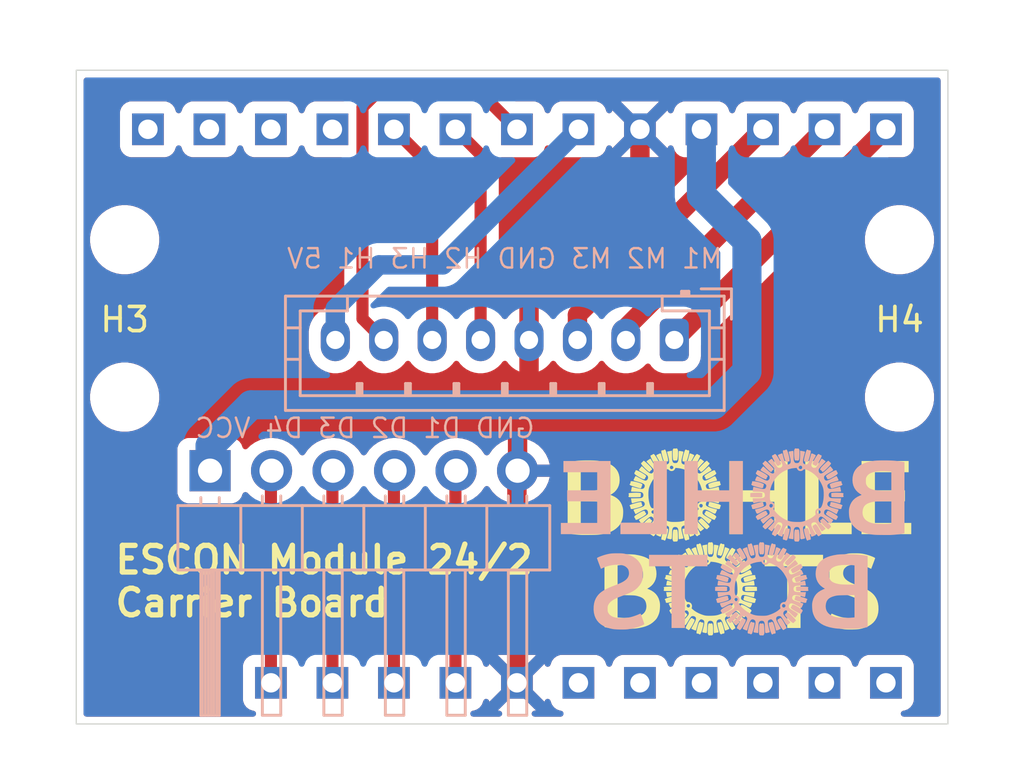
<source format=kicad_pcb>
(kicad_pcb (version 20240108) (generator "pcbnew") (generator_version "8.0")
  (layers (0 "F.Cu" signal) (31 "B.Cu" signal) (34 "B.Paste" user) (35 "F.Paste" user) (36 "B.SilkS" user "B.Silkscreen") (37 "F.SilkS" user "F.Silkscreen") (38 "B.Mask" user) (39 "F.Mask" user) (44 "Edge.Cuts" user))
  (net 0 "")
  (net 1 "Net-(ESCON1-D3)")
  (net 2 "Net-(ESCON1-VCC)")
  (net 3 "Net-(ESCON1-D4)")
  (net 4 "GND")
  (net 5 "Net-(ESCON1-D1)")
  (net 6 "Net-(ESCON1-D2)")
  (net 7 "Net-(ESCON1-H1)")
  (net 8 "Net-(ESCON1-H2)")
  (net 9 "Net-(ESCON1-M3)")
  (net 10 "Net-(ESCON1-+5V)")
  (net 11 "Net-(ESCON1-M1)")
  (net 12 "Net-(ESCON1-H3)")
  (net 13 "Net-(ESCON1-M2)")
  (footprint "MountingHole:MountingHole_2.2mm_M2" (layer "F.Cu") (at 2 13.5)
    (property "Reference" "H3" (at 0 -3.2 0) (layer "F.SilkS"))
    (property "Value" "MountingHole")
    (pad "" np_thru_hole circle (at 0 0) (size 2.2 2.2) (drill 2.2) (layers "*.Cu" "*.Mask"))
  )
  (footprint "BohleBots:logo_klein" (layer "F.Cu") (at 27.25 19.5)
    (property "Reference" "G***" (hide yes))
    (property "Value" "LOGO" (hide yes))
  )
  (footprint "MountingHole:MountingHole_2.2mm_M2" (layer "F.Cu") (at 34 7)
    (property "Reference" "H1" (hide yes))
    (property "Value" "MountingHole")
    (pad "" np_thru_hole circle (at 0 0) (size 2.2 2.2) (drill 2.2) (layers "*.Cu" "*.Mask"))
  )
  (footprint "MountingHole:MountingHole_2.2mm_M2" (layer "F.Cu") (at 2 7)
    (property "Reference" "H2" (hide yes))
    (property "Value" "MountingHole")
    (pad "" np_thru_hole circle (at 0 0) (size 2.2 2.2) (drill 2.2) (layers "*.Cu" "*.Mask"))
  )
  (footprint "BohleBots:ESCOM_24_2" (layer "F.Cu") (at 18.2 15.14)
    (property "Reference" "ESCON1" (hide yes))
    (property "Value" "24_2" (hide yes))
    (pad "P1" thru_hole rect (at 15.24 -12.7) (size 1.308 1.308) (drill 0.8) (layers "*.Cu" "*.Mask") (net 11 "Net-(ESCON1-M1)"))
    (pad "P2" thru_hole rect (at 12.7 -12.7) (size 1.308 1.308) (drill 0.8) (layers "*.Cu" "*.Mask") (net 13 "Net-(ESCON1-M2)"))
    (pad "P3" thru_hole rect (at 10.16 -12.7) (size 1.308 1.308) (drill 0.8) (layers "*.Cu" "*.Mask") (net 9 "Net-(ESCON1-M3)"))
    (pad "P4" thru_hole rect (at 7.62 -12.7) (size 1.308 1.308) (drill 0.8) (layers "*.Cu" "*.Mask") (net 2 "Net-(ESCON1-VCC)"))
    (pad "P5" thru_hole rect (at 5.08 -12.7) (size 1.308 1.308) (drill 0.8) (layers "*.Cu" "*.Mask") (net 4 "GND"))
    (pad "P6" thru_hole rect (at 2.54 -12.7) (size 1.308 1.308) (drill 0.8) (layers "*.Cu" "*.Mask") (net 10 "Net-(ESCON1-+5V)"))
    (pad "P7" thru_hole rect (at 0 -12.7) (size 1.308 1.308) (drill 0.8) (layers "*.Cu" "*.Mask") (net 7 "Net-(ESCON1-H1)"))
    (pad "P8" thru_hole rect (at -2.54 -12.7) (size 1.308 1.308) (drill 0.8) (layers "*.Cu" "*.Mask") (net 8 "Net-(ESCON1-H2)"))
    (pad "P9" thru_hole rect (at -5.08 -12.7) (size 1.308 1.308) (drill 0.8) (layers "*.Cu" "*.Mask") (net 12 "Net-(ESCON1-H3)"))
    (pad "P10" thru_hole rect (at -7.62 -12.7) (size 1.308 1.308) (drill 0.8) (layers "*.Cu" "*.Mask"))
    (pad "P11" thru_hole rect (at -10.16 -12.7) (size 1.308 1.308) (drill 0.8) (layers "*.Cu" "*.Mask"))
    (pad "P12" thru_hole rect (at -12.7 -12.7) (size 1.308 1.308) (drill 0.8) (layers "*.Cu" "*.Mask"))
    (pad "P13" thru_hole rect (at -15.24 -12.7) (size 1.308 1.308) (drill 0.8) (layers "*.Cu" "*.Mask"))
    (pad "P14" thru_hole rect (at -10.16 10.16) (size 1.308 1.308) (drill 0.8) (layers "*.Cu" "*.Mask") (net 3 "Net-(ESCON1-D4)"))
    (pad "P15" thru_hole rect (at -7.62 10.16) (size 1.308 1.308) (drill 0.8) (layers "*.Cu" "*.Mask") (net 1 "Net-(ESCON1-D3)"))
    (pad "P16" thru_hole rect (at -5.08 10.16) (size 1.308 1.308) (drill 0.8) (layers "*.Cu" "*.Mask") (net 6 "Net-(ESCON1-D2)"))
    (pad "P17" thru_hole rect (at -2.54 10.16) (size 1.308 1.308) (drill 0.8) (layers "*.Cu" "*.Mask") (net 5 "Net-(ESCON1-D1)"))
    (pad "P18" thru_hole rect (at 0 10.16) (size 1.308 1.308) (drill 0.8) (layers "*.Cu" "*.Mask") (net 4 "GND"))
    (pad "P19" thru_hole rect (at 2.54 10.16) (size 1.308 1.308) (drill 0.8) (layers "*.Cu" "*.Mask"))
    (pad "P20" thru_hole rect (at 5.08 10.16) (size 1.308 1.308) (drill 0.8) (layers "*.Cu" "*.Mask"))
    (pad "P21" thru_hole rect (at 7.62 10.16) (size 1.308 1.308) (drill 0.8) (layers "*.Cu" "*.Mask"))
    (pad "P22" thru_hole rect (at 10.16 10.16) (size 1.308 1.308) (drill 0.8) (layers "*.Cu" "*.Mask"))
    (pad "P23" thru_hole rect (at 12.7 10.16) (size 1.308 1.308) (drill 0.8) (layers "*.Cu" "*.Mask"))
    (pad "P24" thru_hole rect (at 15.24 10.16) (size 1.308 1.308) (drill 0.8) (layers "*.Cu" "*.Mask"))
  )
  (footprint "MountingHole:MountingHole_2.2mm_M2" (layer "F.Cu") (at 34 13.5)
    (property "Reference" "H4" (at 0 -3.2 0) (layer "F.SilkS"))
    (property "Value" "MountingHole")
    (pad "" np_thru_hole circle (at 0 0) (size 2.2 2.2) (drill 2.2) (layers "*.Cu" "*.Mask"))
  )
  (footprint "Connector_JST:JST_PH_B8B-PH-K_1x08_P2.00mm_Vertical" (layer "B.Cu") (at 24.7 11.14 180)
    (property "Reference" "JP1" (hide yes))
    (property "Value" "B8B-PH-K")
    (pad "1" thru_hole roundrect (at 0 0 180) (size 1.2 1.75) (drill 0.75) (layers "*.Cu" "*.Mask") (roundrect_rratio 0.208333) (net 11 "Net-(ESCON1-M1)"))
    (pad "2" thru_hole oval (at 2 0 180) (size 1.2 1.75) (drill 0.75) (layers "*.Cu" "*.Mask") (net 13 "Net-(ESCON1-M2)"))
    (pad "3" thru_hole oval (at 4 0 180) (size 1.2 1.75) (drill 0.75) (layers "*.Cu" "*.Mask") (net 9 "Net-(ESCON1-M3)"))
    (pad "4" thru_hole oval (at 6 0 180) (size 1.2 1.75) (drill 0.75) (layers "*.Cu" "*.Mask") (net 4 "GND"))
    (pad "5" thru_hole oval (at 8 0 180) (size 1.2 1.75) (drill 0.75) (layers "*.Cu" "*.Mask") (net 8 "Net-(ESCON1-H2)"))
    (pad "6" thru_hole oval (at 10 0 180) (size 1.2 1.75) (drill 0.75) (layers "*.Cu" "*.Mask") (net 12 "Net-(ESCON1-H3)"))
    (pad "7" thru_hole oval (at 12 0 180) (size 1.2 1.75) (drill 0.75) (layers "*.Cu" "*.Mask") (net 7 "Net-(ESCON1-H1)"))
    (pad "8" thru_hole oval (at 14 0 180) (size 1.2 1.75) (drill 0.75) (layers "*.Cu" "*.Mask") (net 10 "Net-(ESCON1-+5V)"))
  )
  (footprint "Connector_PinHeader_2.54mm:PinHeader_1x06_P2.54mm_Horizontal" (layer "B.Cu") (at 5.526498 16.54 -90)
    (property "Reference" "J1" (hide yes))
    (property "Value" "Conn_01x06")
    (pad "1" thru_hole rect (at 0 0 270) (size 1.7 1.7) (drill 1) (layers "*.Cu" "*.Mask") (net 2 "Net-(ESCON1-VCC)"))
    (pad "2" thru_hole oval (at 0 -2.54 270) (size 1.7 1.7) (drill 1) (layers "*.Cu" "*.Mask") (net 3 "Net-(ESCON1-D4)"))
    (pad "3" thru_hole oval (at 0 -5.08 270) (size 1.7 1.7) (drill 1) (layers "*.Cu" "*.Mask") (net 1 "Net-(ESCON1-D3)"))
    (pad "4" thru_hole oval (at 0 -7.62 270) (size 1.7 1.7) (drill 1) (layers "*.Cu" "*.Mask") (net 6 "Net-(ESCON1-D2)"))
    (pad "5" thru_hole oval (at 0 -10.16 270) (size 1.7 1.7) (drill 1) (layers "*.Cu" "*.Mask") (net 5 "Net-(ESCON1-D1)"))
    (pad "6" thru_hole oval (at 0 -12.7 270) (size 1.7 1.7) (drill 1) (layers "*.Cu" "*.Mask") (net 4 "GND"))
  )
  (footprint "BohleBots:logo_klein" (layer "B.Cu") (at 27.25 19.5 180)
    (property "Reference" "G***" (hide yes))
    (property "Value" "LOGO" (hide yes))
  )
  (gr_rect (start 0 0) (end 36 27) (stroke (width 0.05)) (fill none) (layer "Edge.Cuts"))
  (gr_text "GND D1 D2 D3 D4 VCC\n" (at 19 15.25 0) (layer "B.SilkS") (effects (font (size 0.8 0.8) (thickness 0.1)) (justify left bottom mirror)))
  (gr_text "M1 M2 M3 GND H2 H3 H1 5V\n" (at 26.75 8.25 0) (layer "B.SilkS") (effects (font (size 0.8 0.8) (thickness 0.1)) (justify left bottom mirror)))
  (gr_text "ESCON Module 24/2\nCarrier Board\n" (at 1.5 22.64 0) (layer "F.SilkS") (effects (font (size 1.1 1.1) (thickness 0.22) (bold yes)) (justify left bottom)))
  (segment (start 10.58 25.3) (end 10.58 16.566498) (width 0.5) (layer "F.Cu") (net 1))
  (segment (start 10.58 16.566498) (end 10.606498 16.54) (width 0.5) (layer "F.Cu") (net 1))
  (segment (start 27.7 7.04) (end 25.82 5.16) (width 1.2) (layer "B.Cu") (net 2))
  (segment (start 27.7 12.44) (end 27.7 7.04) (width 1.2) (layer "B.Cu") (net 2))
  (segment (start 26.322422 13.817578) (end 27.7 12.44) (width 1.2) (layer "B.Cu") (net 2))
  (segment (start 7.222422 13.817578) (end 26.322422 13.817578) (width 1.2) (layer "B.Cu") (net 2))
  (segment (start 5.526498 15.513502) (end 7.222422 13.817578) (width 1.2) (layer "B.Cu") (net 2))
  (segment (start 5.526498 16.54) (end 5.526498 15.513502) (width 1.2) (layer "B.Cu") (net 2))
  (segment (start 25.82 5.16) (end 25.82 2.44) (width 1.2) (layer "B.Cu") (net 2))
  (segment (start 8.04 25.3) (end 8.04 16.566498) (width 0.5) (layer "F.Cu") (net 3))
  (segment (start 8.04 16.566498) (end 8.066498 16.54) (width 0.5) (layer "F.Cu") (net 3))
  (segment (start 18.2 16.566498) (end 18.226498 16.54) (width 0.8) (layer "F.Cu") (net 4))
  (segment (start 18.7 13.55) (end 18.7 11.14) (width 0.8) (layer "F.Cu") (net 4))
  (segment (start 18.2 25.3) (end 18.2 16.566498) (width 0.8) (layer "F.Cu") (net 4))
  (segment (start 18.7 9.410978) (end 23.28 4.830978) (width 0.8) (layer "F.Cu") (net 4))
  (segment (start 18.7 11.14) (end 18.7 9.410978) (width 0.8) (layer "F.Cu") (net 4))
  (segment (start 18.226498 16.54) (end 18.226498 14.023502) (width 0.8) (layer "F.Cu") (net 4))
  (segment (start 18.226498 14.023502) (end 18.7 13.55) (width 0.8) (layer "F.Cu") (net 4))
  (segment (start 23.28 4.830978) (end 23.28 2.44) (width 0.8) (layer "F.Cu") (net 4))
  (segment (start 15.66 16.566498) (end 15.686498 16.54) (width 0.5) (layer "F.Cu") (net 5))
  (segment (start 15.66 25.3) (end 15.66 16.566498) (width 0.5) (layer "F.Cu") (net 5))
  (segment (start 13.12 16.566498) (end 13.146498 16.54) (width 0.5) (layer "F.Cu") (net 6))
  (segment (start 13.12 25.3) (end 13.12 16.566498) (width 0.5) (layer "F.Cu") (net 6))
  (segment (start 11.821598 10.261598) (end 12.7 11.14) (width 0.5) (layer "F.Cu") (net 7))
  (segment (start 11.821598 1.530402) (end 11.821598 10.261598) (width 0.5) (layer "F.Cu") (net 7))
  (segment (start 12.460071 0.891929) (end 11.821598 1.530402) (width 0.5) (layer "F.Cu") (net 7))
  (segment (start 18.2 2.44) (end 16.651929 0.891929) (width 0.5) (layer "F.Cu") (net 7))
  (segment (start 16.651929 0.891929) (end 12.460071 0.891929) (width 0.5) (layer "F.Cu") (net 7))
  (segment (start 16.7 11.14) (end 16.7 3.48) (width 0.5) (layer "F.Cu") (net 8))
  (segment (start 16.7 3.48) (end 15.66 2.44) (width 0.5) (layer "F.Cu") (net 8))
  (segment (start 20.7 11.14) (end 20.7 10.1) (width 0.8) (layer "F.Cu") (net 9))
  (segment (start 20.7 10.1) (end 28.36 2.44) (width 0.8) (layer "F.Cu") (net 9))
  (segment (start 15.14 8.04) (end 20.74 2.44) (width 0.8) (layer "B.Cu") (net 10))
  (segment (start 12.5 8.04) (end 15.14 8.04) (width 0.8) (layer "B.Cu") (net 10))
  (segment (start 10.7 11.14) (end 10.7 9.84) (width 0.8) (layer "B.Cu") (net 10))
  (segment (start 10.7 9.84) (end 12.5 8.04) (width 0.8) (layer "B.Cu") (net 10))
  (segment (start 24.7 11.14) (end 33.4 2.44) (width 0.8) (layer "F.Cu") (net 11))
  (segment (start 33.4 2.44) (end 33.44 2.44) (width 0.8) (layer "F.Cu") (net 11))
  (segment (start 14.7 11.14) (end 14.7 4.02) (width 0.5) (layer "F.Cu") (net 12))
  (segment (start 14.7 4.02) (end 13.12 2.44) (width 0.5) (layer "F.Cu") (net 12))
  (segment (start 22.7 10.64) (end 30.9 2.44) (width 0.8) (layer "F.Cu") (net 13))
  (segment (start 22.7 11.14) (end 22.7 10.64) (width 0.8) (layer "F.Cu") (net 13))
  (zone (net 4) (net_name "GND") (layers "F&B.Cu") (connect_pads (clearance 0.5)) (min_thickness 0.25) (fill yes (thermal_gap 0.5) (thermal_bridge_width 0.5))
    (polygon (pts (xy -3.1 -2.9) (xy 38.3 -2.9) (xy 38.3 29.3) (xy -3.1 29.3)))
  )
)
</source>
